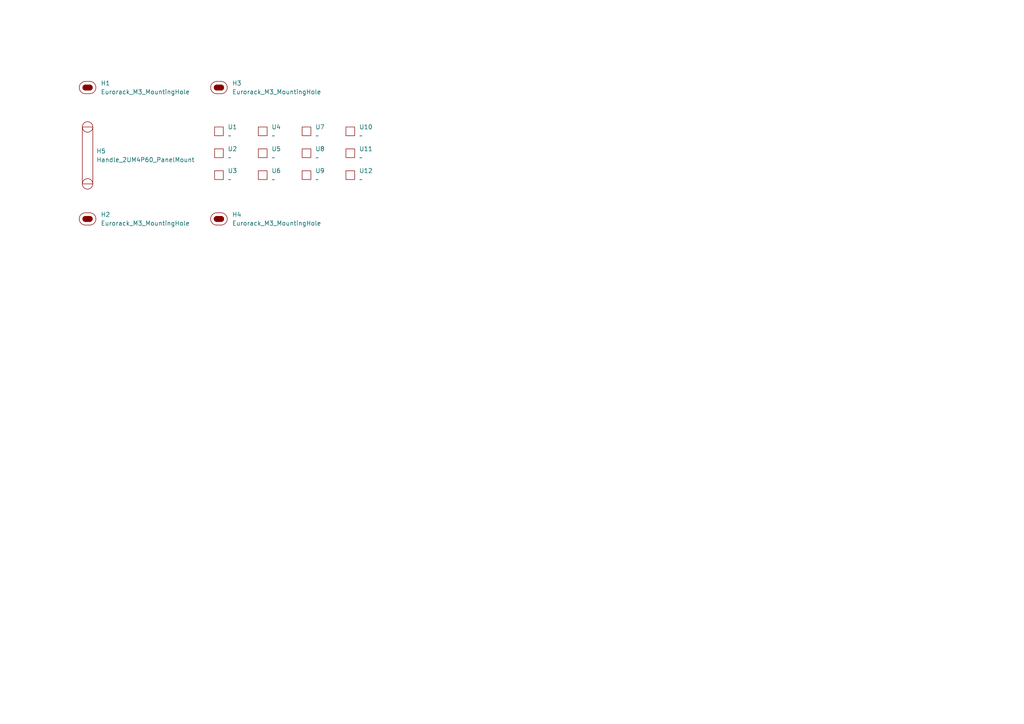
<source format=kicad_sch>
(kicad_sch (version 20250114) (generator "eeschema") (generator_version "9.0")
  (paper "A4")
  (lib_symbols
    (symbol "EXC:Eurorack_M3_MountingHole" (pin_names (offset 1.016))
      (property "Reference" "H" (at 0 5.08 0))
      (property "Value" "Eurorack_M3_MountingHole" (at 0 3.175 0))
      (symbol "Eurorack_M3_MountingHole_0_1"
        (polyline (pts (xy -0.635 0.762) (xy 0.635 0.762)))
        (circle (center -0.635 0) (radius 0.762) (fill (type outline)))
        (arc (start -0.635 -0.762) (mid -1.397 0) (end -0.635 0.762))
        (arc (start -0.635 -1.778) (mid -2.413 0) (end -0.635 1.778))
        (polyline (pts (xy -0.635 -0.762) (xy 0.635 -0.762)))
        (polyline (pts (xy -0.635 -1.778) (xy 0.635 -1.778)))
        (circle (center 0 0) (radius 0.762) (fill (type outline)))
        (polyline (pts (xy 0.635 1.778) (xy -0.635 1.778)))
        (arc (start 0.6141 1.778) (mid 2.4131 0) (end 0.6141 -1.778))
        (arc (start 0.6227 0.762) (mid 1.3971 0) (end 0.6227 -0.762))
        (circle (center 0.635 0) (radius 0.762) (fill (type outline)))
      )
    )
    (symbol "EXC:Handle_2UM4P60_A"
      (property "Reference" "H" (at 0 -2.794 0))
      (property "Value" "Handle_2UM4P60_PanelMount" (at 0.254 -20.828 0))
      (symbol "Handle_2UM4P60_A_0_1"
        (rectangle (start -1.524 0) (end 1.524 -16.51))
        (circle (center 0 0) (radius 1.524))
        (circle (center 0 -16.51) (radius 1.524))
      )
    )
    (symbol "EXC:SW_CherrySwitch_Clearance_Inner"
      (property "Reference" "U" (at 0 0 0))
      (symbol "SW_CherrySwitch_Clearance_Inner_0_1"
        (rectangle (start -1.27 1.27) (end 1.27 -1.27))
      )
    )
  )
  (symbol (lib_id "EXC:SW_CherrySwitch_Clearance_Inner") (at 63.5 44.45 0) (unit 1)
    (property "Reference" "U2" (at 66.04 43.1799 0) (effects (justify left)))
    (property "Value" "~" (at 66.04 45.7199 0) (effects (justify left)))
    (property "Footprint" "EXC:SW_Cherry_MX_1.00u_Clearance" (effects (hide yes)))
  )
  (symbol (lib_id "EXC:SW_CherrySwitch_Clearance_Inner") (at 101.6 38.1 0) (unit 1)
    (property "Reference" "U10" (at 104.14 36.8299 0) (effects (justify left)))
    (property "Value" "~" (at 104.14 39.3699 0) (effects (justify left)))
    (property "Footprint" "EXC:SW_Cherry_MX_1.00u_Clearance" (effects (hide yes)))
  )
  (symbol (lib_id "EXC:Eurorack_M3_MountingHole") (at 63.5 25.4 0) (unit 1)
    (property "Reference" "H3" (at 67.31 24.1299 0) (effects (justify left)))
    (property "Value" "Eurorack_M3_MountingHole" (at 67.31 26.6699 0) (effects (justify left)))
    (property "Footprint" "EXC:MountingHole_3.2mm_M3" (effects (hide yes)))
    (property "Description" "Mounting Hole without connection" (effects (hide yes)))
  )
  (symbol (lib_id "EXC:SW_CherrySwitch_Clearance_Inner") (at 76.2 50.8 0) (unit 1)
    (property "Reference" "U6" (at 78.74 49.5299 0) (effects (justify left)))
    (property "Value" "~" (at 78.74 52.0699 0) (effects (justify left)))
    (property "Footprint" "EXC:SW_Cherry_MX_1.00u_Clearance" (effects (hide yes)))
  )
  (symbol (lib_id "EXC:SW_CherrySwitch_Clearance_Inner") (at 88.9 38.1 0) (unit 1)
    (property "Reference" "U7" (at 91.44 36.8299 0) (effects (justify left)))
    (property "Value" "~" (at 91.44 39.3699 0) (effects (justify left)))
    (property "Footprint" "EXC:SW_Cherry_MX_1.00u_Clearance" (effects (hide yes)))
  )
  (symbol (lib_id "EXC:SW_CherrySwitch_Clearance_Inner") (at 76.2 44.45 0) (unit 1)
    (property "Reference" "U5" (at 78.74 43.1799 0) (effects (justify left)))
    (property "Value" "~" (at 78.74 45.7199 0) (effects (justify left)))
    (property "Footprint" "EXC:SW_Cherry_MX_1.00u_Clearance" (effects (hide yes)))
  )
  (symbol (lib_id "EXC:SW_CherrySwitch_Clearance_Inner") (at 101.6 50.8 0) (unit 1)
    (property "Reference" "U12" (at 104.14 49.5299 0) (effects (justify left)))
    (property "Value" "~" (at 104.14 52.0699 0) (effects (justify left)))
    (property "Footprint" "EXC:SW_Cherry_MX_1.00u_Clearance" (effects (hide yes)))
  )
  (symbol (lib_id "EXC:Handle_2UM4P60_A") (at 25.4 36.83 0) (unit 1)
    (property "Reference" "H5" (at 27.94 43.8149 0) (effects (justify left)))
    (property "Value" "Handle_2UM4P60_PanelMount" (at 27.94 46.3549 0) (effects (justify left)))
    (property "Footprint" "EXC:Handle_2UM4P60_A" (effects (hide yes)))
    (property "Datasheet" "https://ae-pic-a1.aliexpress-media.com/kf/Sbae1622782804f9f92841f71c2bff088U.jpg" (effects (hide yes)))
    (property "Description" "The part of the 60mm handle that has the holes for the mounting screws" (effects (hide yes)))
    (property "Source" "https://www.aliexpress.com/item/1005007166949940.html" (effects (hide yes)))
  )
  (symbol (lib_id "EXC:Eurorack_M3_MountingHole") (at 25.4 25.4 0) (unit 1)
    (property "Reference" "H1" (at 29.21 24.1299 0) (effects (justify left)))
    (property "Value" "Eurorack_M3_MountingHole" (at 29.21 26.6699 0) (effects (justify left)))
    (property "Footprint" "EXC:MountingHole_3.2mm_M3" (effects (hide yes)))
    (property "Description" "Mounting Hole without connection" (effects (hide yes)))
  )
  (symbol (lib_id "EXC:SW_CherrySwitch_Clearance_Inner") (at 88.9 50.8 0) (unit 1)
    (property "Reference" "U9" (at 91.44 49.5299 0) (effects (justify left)))
    (property "Value" "~" (at 91.44 52.0699 0) (effects (justify left)))
    (property "Footprint" "EXC:SW_Cherry_MX_1.00u_Clearance" (effects (hide yes)))
  )
  (symbol (lib_id "EXC:SW_CherrySwitch_Clearance_Inner") (at 101.6 44.45 0) (unit 1)
    (property "Reference" "U11" (at 104.14 43.1799 0) (effects (justify left)))
    (property "Value" "~" (at 104.14 45.7199 0) (effects (justify left)))
    (property "Footprint" "EXC:SW_Cherry_MX_1.00u_Clearance" (effects (hide yes)))
  )
  (symbol (lib_id "EXC:Eurorack_M3_MountingHole") (at 63.5 63.5 0) (unit 1)
    (property "Reference" "H4" (at 67.31 62.2299 0) (effects (justify left)))
    (property "Value" "Eurorack_M3_MountingHole" (at 67.31 64.7699 0) (effects (justify left)))
    (property "Footprint" "EXC:MountingHole_3.2mm_M3" (effects (hide yes)))
    (property "Description" "Mounting Hole without connection" (effects (hide yes)))
  )
  (symbol (lib_id "EXC:Eurorack_M3_MountingHole") (at 25.4 63.5 0) (unit 1)
    (property "Reference" "H2" (at 29.21 62.2299 0) (effects (justify left)))
    (property "Value" "Eurorack_M3_MountingHole" (at 29.21 64.7699 0) (effects (justify left)))
    (property "Footprint" "EXC:MountingHole_3.2mm_M3" (effects (hide yes)))
    (property "Description" "Mounting Hole without connection" (effects (hide yes)))
  )
  (symbol (lib_id "EXC:SW_CherrySwitch_Clearance_Inner") (at 63.5 50.8 0) (unit 1)
    (property "Reference" "U3" (at 66.04 49.5299 0) (effects (justify left)))
    (property "Value" "~" (at 66.04 52.0699 0) (effects (justify left)))
    (property "Footprint" "EXC:SW_Cherry_MX_1.00u_Clearance" (effects (hide yes)))
  )
  (symbol (lib_id "EXC:SW_CherrySwitch_Clearance_Inner") (at 88.9 44.45 0) (unit 1)
    (property "Reference" "U8" (at 91.44 43.1799 0) (effects (justify left)))
    (property "Value" "~" (at 91.44 45.7199 0) (effects (justify left)))
    (property "Footprint" "EXC:SW_Cherry_MX_1.00u_Clearance" (effects (hide yes)))
  )
  (symbol (lib_id "EXC:SW_CherrySwitch_Clearance_Inner") (at 63.5 38.1 0) (unit 1)
    (property "Reference" "U1" (at 66.04 36.8299 0) (effects (justify left)))
    (property "Value" "~" (at 66.04 39.3699 0) (effects (justify left)))
    (property "Footprint" "EXC:SW_Cherry_MX_1.00u_Clearance" (effects (hide yes)))
  )
  (symbol (lib_id "EXC:SW_CherrySwitch_Clearance_Inner") (at 76.2 38.1 0) (unit 1)
    (property "Reference" "U4" (at 78.74 36.8299 0) (effects (justify left)))
    (property "Value" "~" (at 78.74 39.3699 0) (effects (justify left)))
    (property "Footprint" "EXC:SW_Cherry_MX_1.00u_Clearance" (effects (hide yes)))
  )
)
</source>
